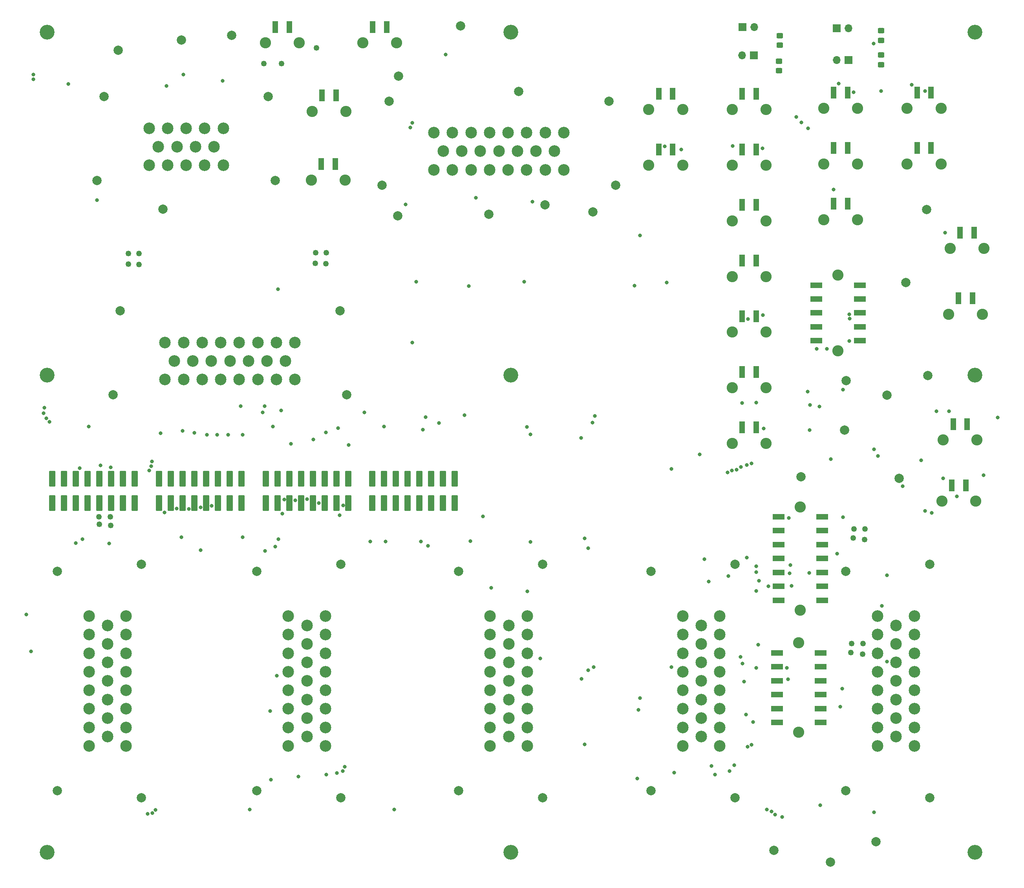
<source format=gts>
G04 #@! TF.GenerationSoftware,KiCad,Pcbnew,8.0.2*
G04 #@! TF.CreationDate,2024-05-16T19:18:52+09:30*
G04 #@! TF.ProjectId,Motherboard 2024,4d6f7468-6572-4626-9f61-726420323032,rev?*
G04 #@! TF.SameCoordinates,Original*
G04 #@! TF.FileFunction,Soldermask,Top*
G04 #@! TF.FilePolarity,Negative*
%FSLAX46Y46*%
G04 Gerber Fmt 4.6, Leading zero omitted, Abs format (unit mm)*
G04 Created by KiCad (PCBNEW 8.0.2) date 2024-05-16 19:18:52*
%MOMM*%
%LPD*%
G01*
G04 APERTURE LIST*
G04 Aperture macros list*
%AMRoundRect*
0 Rectangle with rounded corners*
0 $1 Rounding radius*
0 $2 $3 $4 $5 $6 $7 $8 $9 X,Y pos of 4 corners*
0 Add a 4 corners polygon primitive as box body*
4,1,4,$2,$3,$4,$5,$6,$7,$8,$9,$2,$3,0*
0 Add four circle primitives for the rounded corners*
1,1,$1+$1,$2,$3*
1,1,$1+$1,$4,$5*
1,1,$1+$1,$6,$7*
1,1,$1+$1,$8,$9*
0 Add four rect primitives between the rounded corners*
20,1,$1+$1,$2,$3,$4,$5,0*
20,1,$1+$1,$4,$5,$6,$7,0*
20,1,$1+$1,$6,$7,$8,$9,0*
20,1,$1+$1,$8,$9,$2,$3,0*%
G04 Aperture macros list end*
%ADD10C,2.410000*%
%ADD11R,1.270000X2.540000*%
%ADD12R,2.540000X1.270000*%
%ADD13C,2.000000*%
%ADD14RoundRect,0.250000X-0.450000X0.325000X-0.450000X-0.325000X0.450000X-0.325000X0.450000X0.325000X0*%
%ADD15C,3.200000*%
%ADD16RoundRect,0.102000X-0.570000X-1.587500X0.570000X-1.587500X0.570000X1.587500X-0.570000X1.587500X0*%
%ADD17R,1.700000X1.700000*%
%ADD18O,1.700000X1.700000*%
%ADD19C,2.500000*%
%ADD20C,1.250000*%
%ADD21C,0.800000*%
G04 APERTURE END LIST*
D10*
X278207200Y-72014600D03*
X270907200Y-72014600D03*
D11*
X276057200Y-68594600D03*
X273057200Y-68594600D03*
D10*
X303249600Y-194380000D03*
X303249600Y-175080000D03*
D12*
X298549600Y-192230000D03*
X298549600Y-189230000D03*
X298549600Y-186230000D03*
X298549600Y-183230000D03*
X298549600Y-180230000D03*
X298549600Y-177230000D03*
X307949600Y-192230000D03*
X307949600Y-189230000D03*
X307949600Y-186230000D03*
X307949600Y-183230000D03*
X307949600Y-180230000D03*
X307949600Y-177230000D03*
D10*
X296207200Y-72014600D03*
X288907200Y-72014600D03*
D11*
X294057200Y-68594600D03*
X291057200Y-68594600D03*
D10*
X296207200Y-120014600D03*
X288907200Y-120014600D03*
D11*
X294057200Y-116594600D03*
X291057200Y-116594600D03*
D10*
X278207200Y-60014600D03*
X270907200Y-60014600D03*
D11*
X276057200Y-56594600D03*
X273057200Y-56594600D03*
D10*
X205427600Y-75215000D03*
X198127600Y-75215000D03*
D11*
X203277600Y-71795000D03*
X200277600Y-71795000D03*
D13*
X313486800Y-118465600D03*
D14*
X321005200Y-48242000D03*
X321005200Y-50292000D03*
D15*
X141189848Y-43306639D03*
D10*
X342849200Y-104140000D03*
X335549200Y-104140000D03*
D11*
X340699200Y-100720000D03*
X337699200Y-100720000D03*
D16*
X142294851Y-144904138D03*
X142294851Y-139699138D03*
X144834851Y-144904138D03*
X144834851Y-139699138D03*
X147374851Y-144904138D03*
X147374851Y-139699138D03*
X149914851Y-144904138D03*
X149914851Y-139699138D03*
X152454851Y-144904138D03*
X152454851Y-139699138D03*
X154994851Y-144904138D03*
X154994851Y-139699138D03*
X157534851Y-144904138D03*
X157534851Y-139699138D03*
X160074851Y-144904138D03*
X160074851Y-139699138D03*
X165294851Y-144904138D03*
X165294851Y-139699138D03*
X167834851Y-144904138D03*
X167834851Y-139699138D03*
X170374851Y-144904138D03*
X170374851Y-139699138D03*
X172914851Y-144904138D03*
X172914851Y-139699138D03*
X175454851Y-144904138D03*
X175454851Y-139699138D03*
X177994851Y-144904138D03*
X177994851Y-139699138D03*
X180534851Y-144904138D03*
X180534851Y-139699138D03*
X183074851Y-144904138D03*
X183074851Y-139699138D03*
D13*
X180949600Y-43942000D03*
X248513600Y-80568800D03*
D10*
X333910000Y-71740800D03*
X326610000Y-71740800D03*
D11*
X331760000Y-68320800D03*
X328760000Y-68320800D03*
D10*
X333910000Y-59740800D03*
X326610000Y-59740800D03*
D11*
X331760000Y-56320800D03*
X328760000Y-56320800D03*
D10*
X296207200Y-108014600D03*
X288907200Y-108014600D03*
D11*
X294057200Y-104594600D03*
X291057200Y-104594600D03*
D13*
X297840400Y-219862400D03*
X331063600Y-117398800D03*
X216763600Y-82905600D03*
D14*
X299161200Y-44085400D03*
X299161200Y-46135400D03*
D10*
X296207200Y-96014600D03*
X288907200Y-96014600D03*
D11*
X294057200Y-92594600D03*
X291057200Y-92594600D03*
D17*
X291079000Y-42164000D03*
D18*
X293619000Y-42164000D03*
D13*
X324916800Y-139598400D03*
D10*
X311708800Y-112031150D03*
X311708800Y-95731150D03*
D12*
X316408800Y-97881150D03*
X316408800Y-100881150D03*
X316408800Y-103881150D03*
X316408800Y-106881150D03*
X316408800Y-109881150D03*
X307008800Y-97881150D03*
X307008800Y-100881150D03*
X307008800Y-103881150D03*
X307008800Y-106881150D03*
X307008800Y-109881150D03*
D13*
X310083200Y-222402400D03*
D15*
X141184851Y-220301638D03*
D10*
X341419200Y-144506200D03*
X334119200Y-144506200D03*
D11*
X339269200Y-141086200D03*
X336269200Y-141086200D03*
D15*
X241184851Y-220301638D03*
D10*
X296207200Y-60014600D03*
X288907200Y-60014600D03*
D11*
X294057200Y-56594600D03*
X291057200Y-56594600D03*
D13*
X156464000Y-47193200D03*
X322224400Y-121615200D03*
D10*
X341680800Y-131267200D03*
X334380800Y-131267200D03*
D11*
X339530800Y-127847200D03*
X336530800Y-127847200D03*
D14*
X321005200Y-43009600D03*
X321005200Y-45059600D03*
D10*
X343173200Y-89983200D03*
X335873200Y-89983200D03*
D11*
X341023200Y-86563200D03*
X338023200Y-86563200D03*
D17*
X313944000Y-49276000D03*
D18*
X311404000Y-49276000D03*
D10*
X315910000Y-59740800D03*
X308610000Y-59740800D03*
D11*
X313760000Y-56320800D03*
X310760000Y-56320800D03*
D10*
X303554400Y-168014800D03*
X303554400Y-145714800D03*
D12*
X298854400Y-165864800D03*
X298854400Y-162864800D03*
X298854400Y-159864800D03*
X298854400Y-156864800D03*
X298854400Y-153864800D03*
X298854400Y-150864800D03*
X298854400Y-147864800D03*
X308254400Y-165864800D03*
X308254400Y-162864800D03*
X308254400Y-159864800D03*
X308254400Y-156864800D03*
X308254400Y-153864800D03*
X308254400Y-150864800D03*
X308254400Y-147864800D03*
D17*
X311399000Y-42418000D03*
D18*
X313939000Y-42418000D03*
D13*
X319887600Y-217982800D03*
D10*
X205604000Y-60374400D03*
X198304000Y-60374400D03*
D11*
X203454000Y-56954400D03*
X200454000Y-56954400D03*
D15*
X241184851Y-117301638D03*
D13*
X170078400Y-45008800D03*
X303682400Y-139192000D03*
X216916000Y-52781200D03*
D10*
X216514000Y-45618400D03*
X209214000Y-45618400D03*
D11*
X214364000Y-42198400D03*
X211364000Y-42198400D03*
D10*
X315910000Y-83740800D03*
X308610000Y-83740800D03*
D11*
X313760000Y-80320800D03*
X310760000Y-80320800D03*
D10*
X296207200Y-132014600D03*
X288907200Y-132014600D03*
D11*
X294057200Y-128594600D03*
X291057200Y-128594600D03*
D15*
X241189848Y-43306639D03*
D10*
X315910000Y-71740800D03*
X308610000Y-71740800D03*
D11*
X313760000Y-68320800D03*
X310760000Y-68320800D03*
D10*
X296207200Y-84014600D03*
X288907200Y-84014600D03*
D11*
X294057200Y-80594600D03*
X291057200Y-80594600D03*
D13*
X230327200Y-41960800D03*
D15*
X141184851Y-117301638D03*
D13*
X236423200Y-82550000D03*
D10*
X195514000Y-45618400D03*
X188214000Y-45618400D03*
D11*
X193364000Y-42198400D03*
X190364000Y-42198400D03*
D13*
X313080400Y-129133600D03*
X258876800Y-82042000D03*
X326339200Y-97282000D03*
D16*
X211294851Y-144904138D03*
X211294851Y-139699138D03*
X213834851Y-144904138D03*
X213834851Y-139699138D03*
X216374851Y-144904138D03*
X216374851Y-139699138D03*
X218914851Y-144904138D03*
X218914851Y-139699138D03*
X221454851Y-144904138D03*
X221454851Y-139699138D03*
X223994851Y-144904138D03*
X223994851Y-139699138D03*
X226534851Y-144904138D03*
X226534851Y-139699138D03*
X229074851Y-144904138D03*
X229074851Y-139699138D03*
X188294851Y-144904138D03*
X188294851Y-139699138D03*
X190834851Y-144904138D03*
X190834851Y-139699138D03*
X193374851Y-144904138D03*
X193374851Y-139699138D03*
X195914851Y-144904138D03*
X195914851Y-139699138D03*
X198454851Y-144904138D03*
X198454851Y-139699138D03*
X200994851Y-144904138D03*
X200994851Y-139699138D03*
X203534851Y-144904138D03*
X203534851Y-139699138D03*
X206074851Y-144904138D03*
X206074851Y-139699138D03*
D15*
X341189908Y-43306581D03*
D17*
X293578200Y-48260000D03*
D18*
X291038200Y-48260000D03*
D15*
X341194744Y-220301535D03*
D14*
X298958000Y-49571800D03*
X298958000Y-51621800D03*
D13*
X330809600Y-81584800D03*
X242824000Y-56083200D03*
X166166800Y-81483200D03*
D15*
X341194744Y-117301535D03*
D13*
X263775600Y-76299600D03*
X262275600Y-58199600D03*
X214875600Y-58199600D03*
X213375600Y-76299600D03*
D19*
X252575600Y-64999600D03*
X248575600Y-64999600D03*
X244575600Y-64999600D03*
X240575600Y-64999600D03*
X236575600Y-64999600D03*
X232575600Y-64999600D03*
X228575600Y-64999600D03*
X224575600Y-64999600D03*
X250575600Y-68999600D03*
X246575600Y-68999600D03*
X242575600Y-68999600D03*
X238575600Y-68999600D03*
X234575600Y-68999600D03*
X230575600Y-68999600D03*
X226575600Y-68999600D03*
X252575600Y-72999600D03*
X248575600Y-72999600D03*
X244575600Y-72999600D03*
X240575600Y-72999600D03*
X236575600Y-72999600D03*
X232575600Y-72999600D03*
X228575600Y-72999600D03*
X224575600Y-72999600D03*
D13*
X247984851Y-158101638D03*
X229884851Y-159601638D03*
X229884851Y-207001638D03*
X247984851Y-208501638D03*
D19*
X236684851Y-169301638D03*
X236684851Y-173301638D03*
X236684851Y-177301638D03*
X236684851Y-181301638D03*
X236684851Y-185301638D03*
X236684851Y-189301638D03*
X236684851Y-193301638D03*
X236684851Y-197301638D03*
X240684851Y-171301638D03*
X240684851Y-175301638D03*
X240684851Y-179301638D03*
X240684851Y-183301638D03*
X240684851Y-187301638D03*
X240684851Y-191301638D03*
X240684851Y-195301638D03*
X244684851Y-169301638D03*
X244684851Y-173301638D03*
X244684851Y-177301638D03*
X244684851Y-181301638D03*
X244684851Y-185301638D03*
X244684851Y-189301638D03*
X244684851Y-193301638D03*
X244684851Y-197301638D03*
D13*
X161484851Y-158101638D03*
X143384851Y-159601638D03*
X143384851Y-207001638D03*
X161484851Y-208501638D03*
D19*
X150184851Y-169301638D03*
X150184851Y-173301638D03*
X150184851Y-177301638D03*
X150184851Y-181301638D03*
X150184851Y-185301638D03*
X150184851Y-189301638D03*
X150184851Y-193301638D03*
X150184851Y-197301638D03*
X154184851Y-171301638D03*
X154184851Y-175301638D03*
X154184851Y-179301638D03*
X154184851Y-183301638D03*
X154184851Y-187301638D03*
X154184851Y-191301638D03*
X154184851Y-195301638D03*
X158184851Y-169301638D03*
X158184851Y-173301638D03*
X158184851Y-177301638D03*
X158184851Y-181301638D03*
X158184851Y-185301638D03*
X158184851Y-189301638D03*
X158184851Y-193301638D03*
X158184851Y-197301638D03*
D13*
X289494744Y-158101535D03*
X271394744Y-159601535D03*
X271394744Y-207001535D03*
X289494744Y-208501535D03*
D19*
X278194744Y-169301535D03*
X278194744Y-173301535D03*
X278194744Y-177301535D03*
X278194744Y-181301535D03*
X278194744Y-185301535D03*
X278194744Y-189301535D03*
X278194744Y-193301535D03*
X278194744Y-197301535D03*
X282194744Y-171301535D03*
X282194744Y-175301535D03*
X282194744Y-179301535D03*
X282194744Y-183301535D03*
X282194744Y-187301535D03*
X282194744Y-191301535D03*
X282194744Y-195301535D03*
X286194744Y-169301535D03*
X286194744Y-173301535D03*
X286194744Y-177301535D03*
X286194744Y-181301535D03*
X286194744Y-185301535D03*
X286194744Y-189301535D03*
X286194744Y-193301535D03*
X286194744Y-197301535D03*
D13*
X204484851Y-158101638D03*
X186384851Y-159601638D03*
X186384851Y-207001638D03*
X204484851Y-208501638D03*
D19*
X193184851Y-169301638D03*
X193184851Y-173301638D03*
X193184851Y-177301638D03*
X193184851Y-181301638D03*
X193184851Y-185301638D03*
X193184851Y-189301638D03*
X193184851Y-193301638D03*
X193184851Y-197301638D03*
X197184851Y-171301638D03*
X197184851Y-175301638D03*
X197184851Y-179301638D03*
X197184851Y-183301638D03*
X197184851Y-187301638D03*
X197184851Y-191301638D03*
X197184851Y-195301638D03*
X201184851Y-169301638D03*
X201184851Y-173301638D03*
X201184851Y-177301638D03*
X201184851Y-181301638D03*
X201184851Y-185301638D03*
X201184851Y-189301638D03*
X201184851Y-193301638D03*
X201184851Y-197301638D03*
D13*
X190342000Y-75334400D03*
X188842000Y-57234400D03*
X153442000Y-57234400D03*
X151942000Y-75334400D03*
D19*
X179142000Y-64034400D03*
X175142000Y-64034400D03*
X171142000Y-64034400D03*
X167142000Y-64034400D03*
X163142000Y-64034400D03*
X177142000Y-68034400D03*
X173142000Y-68034400D03*
X169142000Y-68034400D03*
X165142000Y-68034400D03*
X179142000Y-72034400D03*
X175142000Y-72034400D03*
X171142000Y-72034400D03*
X167142000Y-72034400D03*
X163142000Y-72034400D03*
D13*
X331494744Y-158101535D03*
X313394744Y-159601535D03*
X313394744Y-207001535D03*
X331494744Y-208501535D03*
D19*
X320194744Y-169301535D03*
X320194744Y-173301535D03*
X320194744Y-177301535D03*
X320194744Y-181301535D03*
X320194744Y-185301535D03*
X320194744Y-189301535D03*
X320194744Y-193301535D03*
X320194744Y-197301535D03*
X324194744Y-171301535D03*
X324194744Y-175301535D03*
X324194744Y-179301535D03*
X324194744Y-183301535D03*
X324194744Y-187301535D03*
X324194744Y-191301535D03*
X324194744Y-195301535D03*
X328194744Y-169301535D03*
X328194744Y-173301535D03*
X328194744Y-177301535D03*
X328194744Y-181301535D03*
X328194744Y-185301535D03*
X328194744Y-189301535D03*
X328194744Y-193301535D03*
X328194744Y-197301535D03*
D13*
X205788400Y-121562400D03*
X204288400Y-103462400D03*
X156888400Y-103462400D03*
X155388400Y-121562400D03*
D19*
X194588400Y-110262400D03*
X190588400Y-110262400D03*
X186588400Y-110262400D03*
X182588400Y-110262400D03*
X178588400Y-110262400D03*
X174588400Y-110262400D03*
X170588400Y-110262400D03*
X166588400Y-110262400D03*
X192588400Y-114262400D03*
X188588400Y-114262400D03*
X184588400Y-114262400D03*
X180588400Y-114262400D03*
X176588400Y-114262400D03*
X172588400Y-114262400D03*
X168588400Y-114262400D03*
X194588400Y-118262400D03*
X190588400Y-118262400D03*
X186588400Y-118262400D03*
X182588400Y-118262400D03*
X178588400Y-118262400D03*
X174588400Y-118262400D03*
X170588400Y-118262400D03*
X166588400Y-118262400D03*
D20*
X199237600Y-46685200D03*
X187858400Y-50038000D03*
X191668400Y-50088800D03*
D21*
X305206400Y-64008000D03*
X303834800Y-62749700D03*
X302666400Y-61620400D03*
X268630400Y-189484000D03*
X268376400Y-204368400D03*
X189433200Y-204622400D03*
X220776800Y-97129600D03*
X267817600Y-97981500D03*
X189252900Y-189738000D03*
X218490800Y-80501500D03*
X245821200Y-79908400D03*
X276402800Y-203098400D03*
X274777200Y-97282000D03*
X244043200Y-97180400D03*
X195326000Y-203922900D03*
X233629200Y-79044800D03*
X151942800Y-79502000D03*
X320294000Y-134772400D03*
X150114000Y-128355100D03*
D20*
X314960000Y-152450800D03*
X152349200Y-147878800D03*
X315112400Y-150469600D03*
X317449200Y-152755600D03*
X152400000Y-149504400D03*
X317550800Y-150469600D03*
X316992000Y-177495200D03*
X317093600Y-175209200D03*
X314502800Y-177190400D03*
X154838400Y-149758400D03*
X314655200Y-175209200D03*
X154787600Y-147878800D03*
D21*
X312572400Y-184962800D03*
X147335351Y-153558190D03*
X311505600Y-155854400D03*
X198526400Y-131216400D03*
X310184800Y-135432800D03*
X312216800Y-188874400D03*
X293014400Y-136314700D03*
X293370000Y-192176400D03*
X170383200Y-129354600D03*
X293065200Y-197053200D03*
X292014897Y-136714700D03*
X172923200Y-129754600D03*
X287907088Y-138314700D03*
X290670500Y-178054000D03*
X175615600Y-130154600D03*
X322224400Y-179070000D03*
X291070500Y-179527200D03*
X177800000Y-130154600D03*
X288834433Y-137914700D03*
X289833681Y-137702288D03*
X291470500Y-183438800D03*
X180187600Y-130154600D03*
X291870500Y-190500000D03*
X290728400Y-137114700D03*
X183337200Y-130154600D03*
X292181852Y-197520855D03*
X292049200Y-156634700D03*
X188173596Y-155195504D03*
X321194244Y-167081200D03*
X319452377Y-133315700D03*
X191617600Y-124956600D03*
X193751200Y-132155100D03*
X329641200Y-135686800D03*
X145694400Y-54491900D03*
X166878000Y-54914800D03*
X256399300Y-182829200D03*
X201269600Y-129692400D03*
X256286000Y-130860800D03*
X219862400Y-62839600D03*
X296722800Y-162814000D03*
X236931200Y-163220400D03*
X301091600Y-148082000D03*
X312775600Y-147969300D03*
X235153200Y-147777200D03*
X300888400Y-182880000D03*
X322275200Y-160477200D03*
X301694600Y-162763200D03*
X203860400Y-128755100D03*
X244684851Y-163982400D03*
X294069500Y-163880800D03*
X244602000Y-128473200D03*
X300685200Y-180451035D03*
X294069500Y-180451035D03*
X190957200Y-98755200D03*
X221792800Y-153162500D03*
X232460800Y-153127200D03*
X232105200Y-98083100D03*
X245384851Y-153263600D03*
X245384851Y-130048000D03*
X222148400Y-129032000D03*
X247534851Y-178451638D03*
X219448186Y-63839600D03*
X219884851Y-110286800D03*
X343052400Y-138887200D03*
X334326500Y-139547600D03*
X191871600Y-147218400D03*
X330444244Y-146570300D03*
X197205600Y-144068800D03*
X176631600Y-145471300D03*
X174244000Y-145871300D03*
X192278000Y-144119600D03*
X194665600Y-144322800D03*
X171704000Y-146151600D03*
X169078900Y-146050000D03*
X199745600Y-144932400D03*
X166471600Y-146913600D03*
X204978000Y-145377700D03*
X182880000Y-123956100D03*
X188089708Y-123963700D03*
X307898800Y-210058000D03*
X184861200Y-211041300D03*
X295503600Y-104343200D03*
X294069500Y-159766000D03*
X314096400Y-104140000D03*
X294057200Y-123240800D03*
X305580100Y-129133600D03*
X295402000Y-68326000D03*
X305511200Y-159969200D03*
X294469500Y-175463200D03*
X295656000Y-128778000D03*
X301244000Y-160020000D03*
X277876000Y-68580000D03*
X301447200Y-158242000D03*
X292303200Y-105206800D03*
X288087335Y-160679865D03*
X274320000Y-67919600D03*
X294069500Y-158496000D03*
X289001200Y-67880500D03*
X314252285Y-105127272D03*
X291057200Y-123309433D03*
X307136800Y-111607600D03*
X305663600Y-123709433D03*
X314096400Y-109931200D03*
X309321200Y-111607600D03*
X315061600Y-56286400D03*
X321005200Y-55981600D03*
X227126800Y-48158400D03*
X330504800Y-56032400D03*
X319379600Y-45770800D03*
X310760000Y-77216000D03*
X327609200Y-54660800D03*
X307695600Y-124104400D03*
X311861200Y-54406800D03*
X275792700Y-137566400D03*
X165658800Y-129794000D03*
X231140000Y-125905300D03*
X332943200Y-125108933D03*
X335635600Y-125109433D03*
X259304522Y-126108933D03*
X258775200Y-127558800D03*
X141630400Y-127355600D03*
X225653600Y-127609600D03*
X259029200Y-180302035D03*
X346151200Y-126441200D03*
X337362800Y-143459200D03*
X275793200Y-180302035D03*
X325628000Y-141224000D03*
X190652400Y-182118000D03*
X334822800Y-86563200D03*
X269025100Y-87122000D03*
X269025100Y-186957378D03*
X205300334Y-201816164D03*
X284429200Y-201654500D03*
X289345100Y-201472800D03*
X204879817Y-202722900D03*
X203657200Y-203122900D03*
X288290000Y-202742800D03*
X285191200Y-203454000D03*
X201371200Y-203522900D03*
X183286400Y-152247600D03*
X191008000Y-152654500D03*
X189839600Y-128355100D03*
X213817200Y-128422400D03*
X136656600Y-168910000D03*
X170552100Y-52492900D03*
X138176000Y-52492900D03*
X148793200Y-152654000D03*
X170078400Y-152247600D03*
X138176000Y-53492400D03*
X178968400Y-53797200D03*
X137656100Y-176923969D03*
X222808800Y-126356100D03*
X140974093Y-126597693D03*
X140411200Y-125476000D03*
X187655200Y-125356600D03*
X140575517Y-124356600D03*
X209550000Y-125356600D03*
X210820000Y-153162000D03*
X154533600Y-153653500D03*
X282894244Y-157035200D03*
X283819600Y-161814500D03*
X294640000Y-161696400D03*
X174294800Y-155053500D03*
X163830000Y-211785200D03*
X154889200Y-137210800D03*
X163576000Y-136906000D03*
X298094400Y-212140800D03*
X305155600Y-120853200D03*
X162842120Y-211937182D03*
X312775600Y-120396000D03*
X299669200Y-212648800D03*
X148183600Y-137363200D03*
X163130500Y-137869038D03*
X296381371Y-211041300D03*
X216001600Y-211023200D03*
X331876400Y-147015200D03*
X204266800Y-147523200D03*
D20*
X201320400Y-90881200D03*
X199034400Y-90881200D03*
X158648400Y-93370400D03*
X160985200Y-91084400D03*
X160934400Y-93421200D03*
X198983600Y-93167200D03*
X201269600Y-93218000D03*
X158699200Y-91084400D03*
D21*
X319481200Y-211632800D03*
X297359962Y-211441300D03*
X152704800Y-136753600D03*
X164536755Y-211078445D03*
X163749699Y-135921706D03*
X281889200Y-134377900D03*
X206145397Y-132383797D03*
X190335351Y-154274100D03*
X257798300Y-181000400D03*
X223266000Y-154127200D03*
X257798300Y-154635200D03*
X257048000Y-152552400D03*
X214122000Y-153162500D03*
X257098800Y-196951600D03*
M02*

</source>
